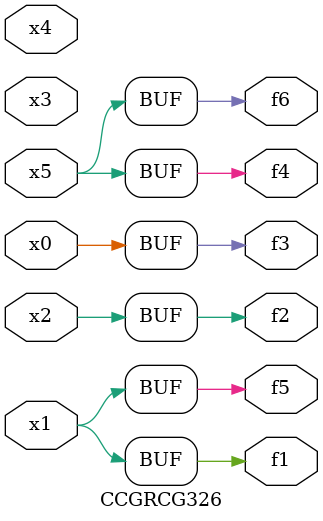
<source format=v>
module CCGRCG326(
	input x0, x1, x2, x3, x4, x5,
	output f1, f2, f3, f4, f5, f6
);
	assign f1 = x1;
	assign f2 = x2;
	assign f3 = x0;
	assign f4 = x5;
	assign f5 = x1;
	assign f6 = x5;
endmodule

</source>
